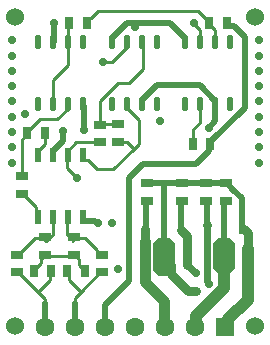
<source format=gbr>
%TF.GenerationSoftware,Altium Limited,Altium Designer,22.10.1 (41)*%
G04 Layer_Physical_Order=1*
G04 Layer_Color=255*
%FSLAX45Y45*%
%MOMM*%
%TF.SameCoordinates,31040185-1CDC-4878-9C2F-C35C27A90F04*%
%TF.FilePolarity,Positive*%
%TF.FileFunction,Copper,L1,Top,Signal*%
%TF.Part,Single*%
G01*
G75*
%TA.AperFunction,SMDPad,CuDef*%
%ADD10O,0.55000X1.25000*%
%ADD11R,0.80000X1.00000*%
G04:AMPARAMS|DCode=12|XSize=0.55mm|YSize=1.25mm|CornerRadius=0.0495mm|HoleSize=0mm|Usage=FLASHONLY|Rotation=180.000|XOffset=0mm|YOffset=0mm|HoleType=Round|Shape=RoundedRectangle|*
%AMROUNDEDRECTD12*
21,1,0.55000,1.15100,0,0,180.0*
21,1,0.45100,1.25000,0,0,180.0*
1,1,0.09900,-0.22550,0.57550*
1,1,0.09900,0.22550,0.57550*
1,1,0.09900,0.22550,-0.57550*
1,1,0.09900,-0.22550,-0.57550*
%
%ADD12ROUNDEDRECTD12*%
%ADD13R,1.00000X0.80000*%
%ADD14R,0.50000X1.20000*%
%ADD15R,0.50000X1.60000*%
G04:AMPARAMS|DCode=16|XSize=1.8mm|YSize=3mm|CornerRadius=0mm|HoleSize=0mm|Usage=FLASHONLY|Rotation=0.000|XOffset=0mm|YOffset=0mm|HoleType=Round|Shape=Octagon|*
%AMOCTAGOND16*
4,1,8,-0.45000,1.50000,0.45000,1.50000,0.90000,1.05000,0.90000,-1.05000,0.45000,-1.50000,-0.45000,-1.50000,-0.90000,-1.05000,-0.90000,1.05000,-0.45000,1.50000,0.0*
%
%ADD16OCTAGOND16*%

%ADD17R,0.60000X1.40000*%
%ADD18R,0.60000X1.80000*%
G04:AMPARAMS|DCode=19|XSize=1.9mm|YSize=3.2mm|CornerRadius=0mm|HoleSize=0mm|Usage=FLASHONLY|Rotation=0.000|XOffset=0mm|YOffset=0mm|HoleType=Round|Shape=Octagon|*
%AMOCTAGOND19*
4,1,8,-0.47500,1.60000,0.47500,1.60000,0.95000,1.12500,0.95000,-1.12500,0.47500,-1.60000,-0.47500,-1.60000,-0.95000,-1.12500,-0.95000,1.12500,-0.47500,1.60000,0.0*
%
%ADD19OCTAGOND19*%

%TA.AperFunction,Conductor*%
%ADD20C,0.50000*%
%ADD21C,0.60000*%
%ADD22C,0.80000*%
%ADD23C,1.00000*%
%ADD24C,0.25400*%
%ADD25C,0.90000*%
%TA.AperFunction,ViaPad*%
%ADD26C,1.52400*%
%TA.AperFunction,ComponentPad*%
%ADD27C,1.60000*%
%ADD28R,1.60000X1.60000*%
%TA.AperFunction,ViaPad*%
%ADD29C,0.70000*%
D10*
X1629500Y2062500D02*
D03*
X1756500D02*
D03*
X1883500D02*
D03*
X2010500D02*
D03*
X1629500Y2587500D02*
D03*
X1756500D02*
D03*
X1883500D02*
D03*
X2010500D02*
D03*
X1390500D02*
D03*
X1263500D02*
D03*
X1136500D02*
D03*
X1009500D02*
D03*
X1390500Y2062500D02*
D03*
X1263500D02*
D03*
X1136500D02*
D03*
X1009500D02*
D03*
X384500Y2062500D02*
D03*
X511500D02*
D03*
X638500D02*
D03*
X765500D02*
D03*
X384500Y2587500D02*
D03*
X511500D02*
D03*
X638500D02*
D03*
X765500D02*
D03*
D11*
X1840000Y1730000D02*
D03*
X1690000D02*
D03*
X1830000Y2755000D02*
D03*
X1980000D02*
D03*
X630000Y650000D02*
D03*
X780000D02*
D03*
X345000D02*
D03*
X495000D02*
D03*
X440000Y1820000D02*
D03*
X290000D02*
D03*
X795000Y2755000D02*
D03*
X645000D02*
D03*
D12*
X379500Y1107500D02*
D03*
X506500D02*
D03*
X633500D02*
D03*
X760500D02*
D03*
X379500Y1632500D02*
D03*
X506500D02*
D03*
X633500D02*
D03*
X760500D02*
D03*
D13*
X205000Y640000D02*
D03*
Y790000D02*
D03*
X690000D02*
D03*
Y940000D02*
D03*
X440000Y790000D02*
D03*
Y940000D02*
D03*
X910000Y1890000D02*
D03*
Y1740000D02*
D03*
X920000Y790000D02*
D03*
Y640000D02*
D03*
X1055000Y1895000D02*
D03*
Y1745000D02*
D03*
X243313Y1305000D02*
D03*
Y1455000D02*
D03*
X1600000Y1395000D02*
D03*
Y1245000D02*
D03*
X1300000Y1395000D02*
D03*
Y1245000D02*
D03*
X1970000Y1395000D02*
D03*
Y1245000D02*
D03*
X1805000Y1395000D02*
D03*
Y1245000D02*
D03*
D14*
X2110000Y1025000D02*
D03*
X1810000D02*
D03*
D15*
X1960000Y1005000D02*
D03*
D16*
Y775000D02*
D03*
D17*
X1595000Y1040000D02*
D03*
X1295000D02*
D03*
D18*
X1445000Y1020000D02*
D03*
D19*
Y770000D02*
D03*
D20*
X760500Y1074088D02*
Y1107500D01*
X879588Y1055000D02*
X885000D01*
X760500Y1074088D02*
X763000Y1071588D01*
X863000D02*
X879588Y1055000D01*
X763000Y1071588D02*
X863000D01*
X1150000Y1440000D02*
X1270000Y1560000D01*
X946000Y361000D02*
X1150000Y565000D01*
Y1440000D01*
X511500Y2587500D02*
X512456Y2588456D01*
Y2752457D02*
X515000Y2755000D01*
X512456Y2588456D02*
Y2752457D01*
X591173Y1752173D02*
Y1836173D01*
X595000Y1840000D01*
X508250Y1669250D02*
X591173Y1752173D01*
X770000Y1845000D02*
Y1955000D01*
X766456Y2048880D02*
X767809Y2050233D01*
X766456Y1958544D02*
Y2048880D01*
Y1958544D02*
X770000Y1955000D01*
X508250Y1634250D02*
Y1669250D01*
X1715000Y1560000D02*
X1825000Y1669999D01*
X1270000Y1560000D02*
X1715000D01*
X946000Y175000D02*
Y361000D01*
X1502000Y2750000D02*
X1629500Y2622500D01*
X1011133Y2624133D02*
X1137000Y2750000D01*
X1502000D01*
X1629500Y2587500D02*
Y2622500D01*
X2035045Y1341232D02*
X2110000Y1266277D01*
Y1045000D02*
Y1266277D01*
X1825000Y1865000D02*
X1883500Y1923500D01*
X1009500Y2587500D02*
X1011133Y2589133D01*
Y2624133D01*
X1750000Y2225000D02*
X1883500Y2091500D01*
X1263500Y2097500D02*
X1391000Y2225000D01*
X1750000D01*
X1883500Y1923500D02*
Y2062500D01*
X1840000Y1740000D02*
X2135000Y2035000D01*
X2040000Y2730000D02*
X2135000Y2635000D01*
Y2035000D02*
Y2635000D01*
X1980000Y2745000D02*
Y2755000D01*
X1995000Y2730000D02*
X2040000D01*
X1980000Y2745000D02*
X1995000Y2730000D01*
X1825000Y1715000D02*
X1840000Y1730000D01*
X1825000Y1669999D02*
Y1715000D01*
X692000Y175000D02*
Y378000D01*
X438000Y175000D02*
Y383000D01*
X1970000Y1395000D02*
X1980000D01*
X2033769Y1341232D01*
X2035045D01*
X1960000Y1025000D02*
Y1235000D01*
X1810000Y1045000D02*
Y1240000D01*
X1595000Y1040000D02*
Y1240000D01*
X1450000Y1395000D02*
X1600000D01*
X1300000D02*
X1450000D01*
X1445000Y1020000D02*
Y1390000D01*
X1805000Y1395000D02*
X1970000D01*
X1600000D02*
X1805000D01*
X1295000Y1040000D02*
Y1240000D01*
D21*
X1712294Y635000D02*
X1715000D01*
X1645000Y700000D02*
X1647294D01*
X1712294Y635000D01*
X1808840Y566160D02*
X1830000Y545000D01*
X1808840Y566160D02*
Y1043840D01*
D22*
X1510000Y625000D02*
Y705000D01*
Y625000D02*
X1650000Y485000D01*
X1715000D01*
X2125000Y1005000D02*
X2155000Y975000D01*
Y835000D02*
Y975000D01*
X1645000Y700000D02*
Y947500D01*
X1808840Y1043840D02*
X1810000Y1045000D01*
X1595000Y997500D02*
X1645000Y947500D01*
X1447000Y182000D02*
X1454000Y175000D01*
X1285000Y909990D02*
Y1010000D01*
X1284600Y909590D02*
X1285000Y909990D01*
D23*
X2155000Y405000D02*
Y835000D01*
X1992000Y242000D02*
X2155000Y405000D01*
X1962000Y175000D02*
X1992000Y205000D01*
Y242000D01*
X1719480Y186480D02*
Y269186D01*
X1708000Y175000D02*
X1719480Y186480D01*
Y269186D02*
X1960000Y509705D01*
Y775000D01*
D24*
X630000Y1525000D02*
Y1600000D01*
Y1525000D02*
X715000Y1440000D01*
X706000Y1740000D02*
X910000D01*
X760500Y1602450D02*
X775300Y1587650D01*
X807350D02*
X880000Y1515000D01*
X1020000D01*
X775300Y1587650D02*
X807350D01*
X760500Y1602450D02*
Y1632500D01*
X1020000Y1515000D02*
X1192500Y1687500D01*
X930000Y2425000D02*
X1009000D01*
X1136500Y2552500D01*
Y2587500D01*
X1152747Y2242747D02*
X1268693Y2358693D01*
Y2582306D01*
X1263500Y2587500D02*
X1268693Y2582306D01*
X395000Y1935000D02*
X546000D01*
X290000Y1830000D02*
X395000Y1935000D01*
X290000Y1820000D02*
Y1830000D01*
X243313Y1455000D02*
Y1763313D01*
X290000Y1810000D01*
X440000Y1728000D02*
Y1820000D01*
X379500Y1667500D02*
X440000Y1728000D01*
X379500Y1632500D02*
Y1667500D01*
X546000Y1935000D02*
X638500Y2027500D01*
X643221Y576779D02*
Y636779D01*
X630000Y650000D02*
X643221Y636779D01*
X692000Y422000D02*
X745000Y475000D01*
X643221Y576779D02*
X745000Y475000D01*
X910000Y640000D01*
X215000D02*
X382500Y472500D01*
X486779Y576779D02*
Y641779D01*
X495000Y650000D01*
X382500Y472500D02*
X438000Y417000D01*
X382500Y472500D02*
X486779Y576779D01*
X692000Y378000D02*
Y422000D01*
X910000Y640000D02*
X920000D01*
X205000D02*
X215000D01*
X438000Y383000D02*
Y417000D01*
X778100Y930000D02*
X882700Y825400D01*
X910000Y790000D02*
X918100D01*
X882700Y817300D02*
Y825400D01*
Y817300D02*
X910000Y790000D01*
X628500Y961500D02*
X680000Y910000D01*
X690000Y930000D02*
X778100D01*
X440000Y905000D02*
X450000D01*
X504500Y959500D01*
X355000Y930000D02*
X440000D01*
X215000Y790000D02*
X355000Y930000D01*
X205000Y790000D02*
X215000D01*
X890000Y2850000D02*
X1735000D01*
X832300Y2792300D02*
X890000Y2850000D01*
X1735000D02*
X1792699Y2792300D01*
X1700000Y2742932D02*
Y2755000D01*
Y2742932D02*
X1754831Y2688100D01*
Y2589169D02*
X1756500Y2587500D01*
X1754831Y2589169D02*
Y2688100D01*
X1445000Y770000D02*
X1510000Y705000D01*
X1061974Y2242747D02*
X1152747D01*
X1277700Y1053221D02*
X1285000Y1045921D01*
Y1010000D02*
Y1045921D01*
X638500Y2393500D02*
Y2587500D01*
X511500Y2266500D02*
X638500Y2393500D01*
X511500Y2062500D02*
Y2266500D01*
X910000Y2090773D02*
X1061974Y2242747D01*
X910000Y1890000D02*
Y2090773D01*
X795000Y2755000D02*
Y2765000D01*
X822300Y2792300D02*
X832300D01*
X1802699D02*
X1830000Y2765000D01*
X795000D02*
X822300Y2792300D01*
X1792699D02*
X1802699D01*
X1830000Y2755000D02*
Y2765000D01*
X1824250Y1865750D02*
X1825000Y1865000D01*
X1820000Y2755000D02*
X1883500Y2691500D01*
X1192500Y1687500D02*
X1235000Y1730000D01*
X1055000Y1745000D02*
X1135000D01*
X1192500Y1687500D01*
X1235000Y1730000D02*
Y1932821D01*
X633500Y1632500D02*
Y1667500D01*
X706000Y1740000D01*
X1690000Y1843663D02*
X1756500Y1910163D01*
X1690000Y1730000D02*
Y1843663D01*
X1883500Y2062500D02*
Y2091500D01*
X1263500Y2062500D02*
Y2097500D01*
X1756500Y1910163D02*
Y2062500D01*
X910000Y1890000D02*
X915000Y1895000D01*
X1055000D01*
X1136500Y2031321D02*
X1235000Y1932821D01*
X1136500Y2031321D02*
Y2062500D01*
X1883500Y2587500D02*
Y2691500D01*
X1840000Y1730000D02*
Y1740000D01*
X638500Y2587500D02*
Y2748500D01*
X645000Y2755000D01*
X638500Y2027500D02*
Y2062500D01*
X506500Y1632500D02*
X508250Y1634250D01*
X243313Y1305000D02*
X253313D01*
X364700Y1193614D01*
Y1122300D02*
Y1193614D01*
Y1122300D02*
X379500Y1107500D01*
X432300Y780000D02*
X690000D01*
X690000Y780000D01*
X727300Y702700D02*
X742700Y687300D01*
X752700D01*
X727300Y702700D02*
Y752700D01*
X752700Y687300D02*
X780000Y660000D01*
Y650000D02*
Y660000D01*
X700000Y780000D02*
X727300Y752700D01*
X405000Y720000D02*
Y752700D01*
X335000Y650000D02*
X405000Y720000D01*
Y752700D02*
X432300Y780000D01*
X628500Y961500D02*
Y1102500D01*
X633500Y1107500D01*
X504500Y1105500D02*
X506500Y1107500D01*
X504500Y959500D02*
Y1105500D01*
X1960000Y1235000D02*
X1970000Y1245000D01*
X1805000D02*
X1810000Y1240000D01*
X1595000D02*
X1600000Y1245000D01*
X1445000Y1390000D02*
X1450000Y1395000D01*
X1295000Y1240000D02*
X1300000Y1245000D01*
D25*
X1284600Y560400D02*
Y909590D01*
X1447000Y182000D02*
Y398000D01*
X1284600Y560400D02*
X1447000Y398000D01*
D26*
X2215000Y190000D02*
D03*
Y2805000D02*
D03*
X190000D02*
D03*
Y190000D02*
D03*
D27*
X946000Y175000D02*
D03*
X1454000D02*
D03*
X1708000D02*
D03*
X1200000D02*
D03*
X692000D02*
D03*
X438000D02*
D03*
D28*
X1962000D02*
D03*
D29*
X885000Y1055000D02*
D03*
X1010591Y1054118D02*
D03*
X1715000Y635000D02*
D03*
X1830000Y545000D02*
D03*
X1715000Y485000D02*
D03*
X2155000Y835000D02*
D03*
X715000Y1440000D02*
D03*
X1060000Y670000D02*
D03*
X930000Y2425000D02*
D03*
X515000Y2755000D02*
D03*
X595000Y1840000D02*
D03*
X770000Y1845000D02*
D03*
X275000Y1985000D02*
D03*
X2250000Y2604999D02*
D03*
Y2475624D02*
D03*
Y2346249D02*
D03*
Y2216874D02*
D03*
Y2087500D02*
D03*
X2250984Y1958125D02*
D03*
Y1828750D02*
D03*
Y1699375D02*
D03*
Y1570000D02*
D03*
X160000Y2604999D02*
D03*
Y2475624D02*
D03*
Y2346249D02*
D03*
Y2216874D02*
D03*
Y2087500D02*
D03*
X160984Y1958125D02*
D03*
Y1828750D02*
D03*
Y1699375D02*
D03*
X160000Y1570000D02*
D03*
X1700000Y2755000D02*
D03*
X1200000Y2720000D02*
D03*
X1415000Y1925000D02*
D03*
X1825000Y1865000D02*
D03*
%TF.MD5,fc3a0031894eb510325fa4778106680a*%
M02*

</source>
